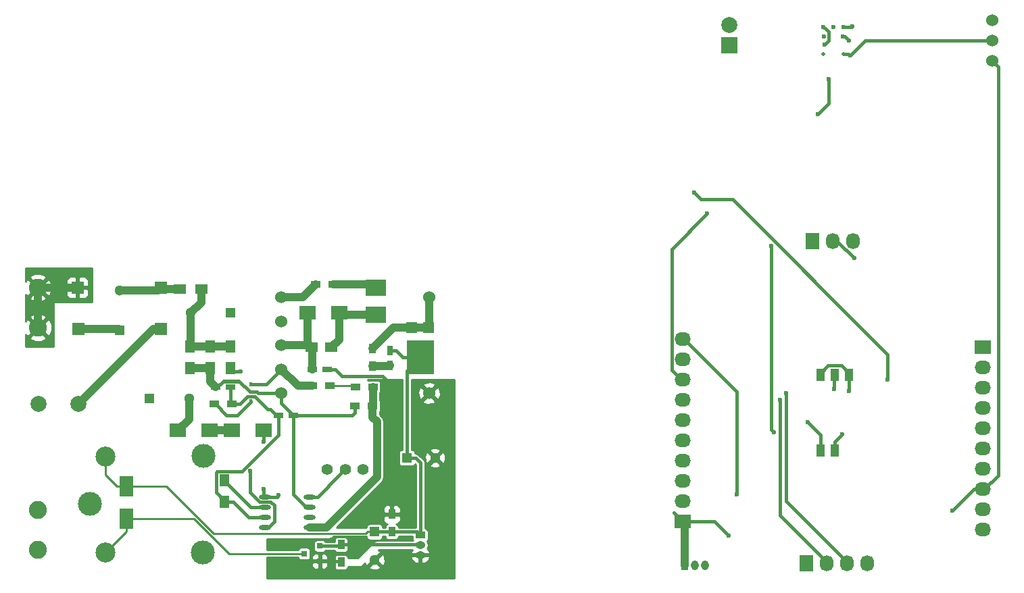
<source format=gbr>
G04 #@! TF.FileFunction,Copper,L2,Bot,Signal*
%FSLAX46Y46*%
G04 Gerber Fmt 4.6, Leading zero omitted, Abs format (unit mm)*
G04 Created by KiCad (PCBNEW 4.1.0-alpha+201609050731+7118~50~ubuntu16.04.1-product) date Wed Sep 21 17:23:22 2016*
%MOMM*%
%LPD*%
G01*
G04 APERTURE LIST*
%ADD10C,0.100000*%
%ADD11R,0.950000X1.250000*%
%ADD12O,0.950000X1.250000*%
%ADD13C,2.250000*%
%ADD14C,2.500000*%
%ADD15C,3.000000*%
%ADD16R,1.300000X1.300000*%
%ADD17C,1.300000*%
%ADD18R,2.000000X2.000000*%
%ADD19C,2.000000*%
%ADD20R,1.727200X2.032000*%
%ADD21O,1.727200X2.032000*%
%ADD22C,0.500000*%
%ADD23C,0.600000*%
%ADD24R,1.100000X1.500000*%
%ADD25R,2.032000X1.727200*%
%ADD26O,2.032000X1.727200*%
%ADD27R,1.250000X0.950000*%
%ADD28O,1.250000X0.950000*%
%ADD29R,1.524000X1.524000*%
%ADD30R,1.200000X0.750000*%
%ADD31R,0.750000X1.200000*%
%ADD32R,1.500000X1.250000*%
%ADD33R,2.500000X2.000000*%
%ADD34R,1.800860X2.499360*%
%ADD35R,0.450000X0.590000*%
%ADD36R,1.400000X1.340000*%
%ADD37R,3.500000X4.200000*%
%ADD38R,1.500000X1.300000*%
%ADD39R,0.800100X0.800100*%
%ADD40R,0.900000X1.200000*%
%ADD41R,1.300000X1.500000*%
%ADD42R,2.000000X1.700000*%
%ADD43R,1.200000X0.900000*%
%ADD44C,1.998980*%
%ADD45O,1.473200X0.609600*%
%ADD46C,1.524000*%
%ADD47C,1.400000*%
%ADD48C,1.000000*%
%ADD49C,0.250000*%
%ADD50C,0.400000*%
%ADD51C,0.254000*%
G04 APERTURE END LIST*
D10*
D11*
X170815000Y-129159000D03*
D12*
X172065000Y-129159000D03*
X173315000Y-129159000D03*
D13*
X89789000Y-94361000D03*
X89789000Y-99364800D03*
D14*
X98247200Y-127531900D03*
D15*
X110447200Y-127531900D03*
X110497200Y-115481900D03*
D14*
X98247200Y-115531900D03*
D15*
X96297200Y-121481900D03*
D16*
X103701840Y-108239560D03*
D17*
X108701840Y-108239560D03*
D18*
X176403000Y-64008000D03*
D19*
X176403000Y-61468000D03*
D20*
X186055000Y-128905000D03*
D21*
X188595000Y-128905000D03*
X191135000Y-128905000D03*
X193675000Y-128905000D03*
D22*
X190689000Y-65065000D03*
X188189000Y-65065000D03*
D23*
X188214000Y-62865000D03*
X188189000Y-61665000D03*
X189439000Y-61665000D03*
X190689000Y-61665000D03*
X190639000Y-62865000D03*
D24*
X191389000Y-105283000D03*
X189585600Y-105283000D03*
X187782200Y-105283000D03*
X187782200Y-114782600D03*
X189585600Y-114782600D03*
D25*
X170561000Y-123698000D03*
D26*
X170561000Y-121158000D03*
X170561000Y-118618000D03*
X170561000Y-116078000D03*
X170561000Y-113538000D03*
X170561000Y-110998000D03*
X170561000Y-108458000D03*
X170561000Y-105918000D03*
X170561000Y-103378000D03*
X170561000Y-100838000D03*
D25*
X208153000Y-101854000D03*
D26*
X208153000Y-104394000D03*
X208153000Y-106934000D03*
X208153000Y-109474000D03*
X208153000Y-112014000D03*
X208153000Y-114554000D03*
X208153000Y-117094000D03*
X208153000Y-119634000D03*
X208153000Y-122174000D03*
X208153000Y-124714000D03*
D27*
X137668000Y-125389000D03*
D28*
X137668000Y-126639000D03*
X137668000Y-127889000D03*
D29*
X105156000Y-94361000D03*
X105156000Y-99568000D03*
X94818200Y-99568000D03*
X94742000Y-94361000D03*
D16*
X100012500Y-99665800D03*
D17*
X100012500Y-94665800D03*
D30*
X124147500Y-104648000D03*
X126047500Y-104648000D03*
D16*
X113924080Y-97525840D03*
D17*
X108924080Y-97525840D03*
X131953000Y-128468000D03*
D16*
X131953000Y-124968000D03*
D31*
X133858000Y-102240000D03*
X133858000Y-104140000D03*
D32*
X126555500Y-101854000D03*
X124055500Y-101854000D03*
D30*
X113919000Y-106807000D03*
X112019000Y-106807000D03*
X119888000Y-110363000D03*
X121788000Y-110363000D03*
D17*
X139517000Y-115697000D03*
D16*
X136017000Y-115697000D03*
D33*
X132143500Y-94361000D03*
X132143500Y-97761000D03*
D34*
X100863400Y-119291100D03*
X100863400Y-123289060D03*
D35*
X116459000Y-108585000D03*
X116459000Y-106475000D03*
D36*
X136550400Y-99390200D03*
X138734800Y-99390200D03*
D37*
X137668000Y-103124000D03*
D38*
X107551240Y-94556580D03*
X110251240Y-94556580D03*
D13*
X89789000Y-122250200D03*
X89789000Y-127254000D03*
D39*
X125095000Y-126751000D03*
X125095000Y-128651000D03*
X123096020Y-127701000D03*
D40*
X127762000Y-126578000D03*
X127762000Y-128778000D03*
D41*
X111379000Y-104427000D03*
X111379000Y-101727000D03*
X108839000Y-104427000D03*
X108839000Y-101727000D03*
X113919000Y-101727000D03*
X113919000Y-104427000D03*
D42*
X107315000Y-112268000D03*
X111315000Y-112268000D03*
X114046000Y-112268000D03*
X118046000Y-112268000D03*
D41*
X113157000Y-118491000D03*
X113157000Y-121191000D03*
D42*
X123508000Y-97536000D03*
X127508000Y-97536000D03*
D43*
X126746000Y-93980000D03*
X124546000Y-93980000D03*
X124165000Y-106680000D03*
X126365000Y-106680000D03*
X129540000Y-106807000D03*
X131740000Y-106807000D03*
X131699000Y-109156500D03*
X129499000Y-109156500D03*
D40*
X131699000Y-104181000D03*
X131699000Y-101981000D03*
D43*
X111846000Y-108966000D03*
X114046000Y-108966000D03*
D40*
X134112000Y-122768000D03*
X134112000Y-124968000D03*
D44*
X94869000Y-108966000D03*
X89867740Y-108966000D03*
D45*
X118237000Y-124396500D03*
X118237000Y-123126500D03*
X118237000Y-121856500D03*
X118237000Y-120586500D03*
X123825000Y-120586500D03*
X123825000Y-121856500D03*
X123825000Y-123126500D03*
X123825000Y-124396500D03*
D46*
X120269000Y-107607100D03*
X120269000Y-104584500D03*
X120269000Y-101587300D03*
X120269000Y-98564700D03*
X120269000Y-95567500D03*
X138785600Y-107581700D03*
X138760200Y-95567500D03*
X209296000Y-60833000D03*
X209296000Y-63373000D03*
X209296000Y-65913000D03*
D47*
X128259000Y-117157500D03*
X125984000Y-117182500D03*
X130534000Y-117157500D03*
D20*
X186817000Y-88519000D03*
D21*
X189357000Y-88519000D03*
X191897000Y-88519000D03*
D23*
X176276000Y-125476000D03*
X188849000Y-68199000D03*
X187452000Y-72644000D03*
X191516000Y-65278000D03*
X134937500Y-107505500D03*
X191389000Y-63373000D03*
X204343000Y-122301000D03*
X177292000Y-120269000D03*
X188341000Y-63881000D03*
X191770000Y-61595000D03*
X181610000Y-89154000D03*
X181991000Y-112522000D03*
X186182000Y-111252000D03*
X182753000Y-108458000D03*
X173609000Y-85090000D03*
X183515000Y-107569000D03*
X192024000Y-90678000D03*
X196215000Y-105918000D03*
X171958000Y-82423000D03*
X190500000Y-112776000D03*
X118046500Y-119634000D03*
X118046500Y-113665000D03*
X119923620Y-120368376D03*
X116360860Y-117272041D03*
X115189000Y-104838500D03*
X191389000Y-107315000D03*
X189484000Y-107061000D03*
D48*
X94869000Y-108966000D02*
X104267000Y-99568000D01*
X104267000Y-99568000D02*
X105156000Y-99568000D01*
X94818200Y-99568000D02*
X99914700Y-99568000D01*
D49*
X99914700Y-99568000D02*
X100012500Y-99665800D01*
D48*
X107551240Y-94556580D02*
X105351580Y-94556580D01*
X105351580Y-94556580D02*
X105156000Y-94361000D01*
X100012500Y-94665800D02*
X104851200Y-94665800D01*
X104851200Y-94665800D02*
X105156000Y-94361000D01*
D50*
X170561000Y-123698000D02*
X174498000Y-123698000D01*
X174498000Y-123698000D02*
X176276000Y-125476000D01*
X169418000Y-122555000D02*
X170561000Y-123698000D01*
X209296000Y-63373000D02*
X193421000Y-63373000D01*
X193421000Y-63373000D02*
X191516000Y-65278000D01*
D48*
X170815000Y-129159000D02*
X170815000Y-123952000D01*
D50*
X170815000Y-123952000D02*
X170561000Y-123698000D01*
X187452000Y-72644000D02*
X188849000Y-71247000D01*
X188849000Y-71247000D02*
X188849000Y-68199000D01*
X125095000Y-128651000D02*
X127635000Y-128651000D01*
X127635000Y-128651000D02*
X127762000Y-128778000D01*
X190689000Y-65065000D02*
X191303000Y-65065000D01*
X191303000Y-65065000D02*
X191516000Y-65278000D01*
X126047500Y-104648000D02*
X127047500Y-104648000D01*
X127047500Y-104648000D02*
X127880501Y-105481001D01*
X127880501Y-105481001D02*
X132913001Y-105481001D01*
X132913001Y-105481001D02*
X134937500Y-107505500D01*
X190639000Y-62865000D02*
X190881000Y-62865000D01*
X190881000Y-62865000D02*
X191389000Y-63373000D01*
X209296000Y-65913000D02*
X210057999Y-66674999D01*
X210057999Y-66674999D02*
X210057999Y-117881401D01*
X210057999Y-117881401D02*
X208305400Y-119634000D01*
X208305400Y-119634000D02*
X208153000Y-119634000D01*
X173315000Y-129190384D02*
X173315000Y-129159000D01*
X204343000Y-122301000D02*
X207010000Y-119634000D01*
X207010000Y-119634000D02*
X208153000Y-119634000D01*
D49*
X137668000Y-125389000D02*
X137818000Y-125389000D01*
X130839680Y-125181320D02*
X131053000Y-124968000D01*
X111771966Y-125181320D02*
X130839680Y-125181320D01*
X100863400Y-119291100D02*
X105881747Y-119291100D01*
X131053000Y-124968000D02*
X131953000Y-124968000D01*
X105881747Y-119291100D02*
X111771966Y-125181320D01*
D50*
X134112000Y-124968000D02*
X137247000Y-124968000D01*
X137247000Y-124968000D02*
X137668000Y-125389000D01*
X131953000Y-124968000D02*
X134112000Y-124968000D01*
X137668000Y-103124000D02*
X135518000Y-103124000D01*
X135518000Y-103124000D02*
X134634000Y-102240000D01*
X134634000Y-102240000D02*
X134633000Y-102240000D01*
X134633000Y-102240000D02*
X133858000Y-102240000D01*
X136017000Y-115697000D02*
X136017000Y-104775000D01*
X136017000Y-104775000D02*
X137668000Y-103124000D01*
X137668000Y-125389000D02*
X137668000Y-116298000D01*
X137668000Y-116298000D02*
X137067000Y-115697000D01*
X137067000Y-115697000D02*
X136017000Y-115697000D01*
D49*
X100863400Y-119291100D02*
X99712970Y-119291100D01*
X99712970Y-119291100D02*
X98247200Y-117825330D01*
X98247200Y-117825330D02*
X98247200Y-117299666D01*
X98247200Y-117299666D02*
X98247200Y-115531900D01*
D50*
X170561000Y-100838000D02*
X170713400Y-100838000D01*
X170713400Y-100838000D02*
X177292000Y-107416600D01*
X177292000Y-107416600D02*
X177292000Y-120269000D01*
X207772000Y-122428000D02*
X208071999Y-122128001D01*
X188341000Y-63881000D02*
X188839001Y-63382999D01*
X188839001Y-63382999D02*
X188839001Y-62315001D01*
X188839001Y-62315001D02*
X188488999Y-61964999D01*
X188488999Y-61964999D02*
X188189000Y-61665000D01*
D48*
X108701840Y-108239560D02*
X108701840Y-110881160D01*
X108701840Y-110881160D02*
X107315000Y-112268000D01*
X124147500Y-104648000D02*
X124147500Y-101946000D01*
X124147500Y-101946000D02*
X124055500Y-101854000D01*
X120269000Y-101587300D02*
X123788800Y-101587300D01*
X123788800Y-101587300D02*
X124055500Y-101854000D01*
X123508000Y-97536000D02*
X123508000Y-101306500D01*
X123508000Y-101306500D02*
X124055500Y-101854000D01*
X111379000Y-101727000D02*
X113919000Y-101727000D01*
X108839000Y-101727000D02*
X111379000Y-101727000D01*
X108924080Y-97525840D02*
X108924080Y-101641920D01*
X108924080Y-101641920D02*
X108839000Y-101727000D01*
X108924080Y-97525840D02*
X110251240Y-96198680D01*
X110251240Y-96198680D02*
X110251240Y-94556580D01*
X131699000Y-104181000D02*
X133817000Y-104181000D01*
X133817000Y-104181000D02*
X133858000Y-104140000D01*
D50*
X190689000Y-61665000D02*
X191700000Y-61665000D01*
X191700000Y-61665000D02*
X191770000Y-61595000D01*
D48*
X127508000Y-97536000D02*
X127508000Y-100901500D01*
X127508000Y-100901500D02*
X126555500Y-101854000D01*
X132143500Y-97761000D02*
X127733000Y-97761000D01*
X127733000Y-97761000D02*
X127508000Y-97536000D01*
D50*
X119888000Y-112861002D02*
X115333003Y-117415999D01*
X112246999Y-117415999D02*
X112107000Y-117555998D01*
X112107000Y-117555998D02*
X112107000Y-120041000D01*
X119888000Y-110363000D02*
X119888000Y-112861002D01*
X115333003Y-117415999D02*
X112246999Y-117415999D01*
X112107000Y-120041000D02*
X113157000Y-121091000D01*
X113157000Y-121091000D02*
X113157000Y-121191000D01*
X113157000Y-121191000D02*
X114207000Y-121191000D01*
X114207000Y-121191000D02*
X116142500Y-123126500D01*
X117100400Y-123126500D02*
X118237000Y-123126500D01*
X116142500Y-123126500D02*
X117100400Y-123126500D01*
X119663000Y-110363000D02*
X119888000Y-110363000D01*
X118888000Y-109588000D02*
X119663000Y-110363000D01*
X118567002Y-109588000D02*
X118888000Y-109588000D01*
X116047001Y-107964999D02*
X116944001Y-107964999D01*
X115046000Y-108966000D02*
X116047001Y-107964999D01*
X116944001Y-107964999D02*
X118567002Y-109588000D01*
X114046000Y-108966000D02*
X115046000Y-108966000D01*
X113919000Y-106807000D02*
X113919000Y-108839000D01*
X113919000Y-108839000D02*
X114046000Y-108966000D01*
X123825000Y-121856500D02*
X123393200Y-121856500D01*
X123393200Y-121856500D02*
X121788000Y-120251300D01*
X121788000Y-120251300D02*
X121788000Y-111138000D01*
X121788000Y-111138000D02*
X121788000Y-110363000D01*
X121788000Y-110363000D02*
X129142500Y-110363000D01*
X129142500Y-110363000D02*
X129499000Y-110006500D01*
X129499000Y-110006500D02*
X129499000Y-109156500D01*
X120269000Y-107607100D02*
X120269000Y-108844000D01*
X120269000Y-108844000D02*
X121788000Y-110363000D01*
X112244000Y-106807000D02*
X113019000Y-106032000D01*
X112019000Y-106807000D02*
X112244000Y-106807000D01*
X112244000Y-106807000D02*
X112944001Y-106106999D01*
X112944001Y-106106999D02*
X114985997Y-106106999D01*
X117328579Y-107607100D02*
X119191370Y-107607100D01*
X113019000Y-106032000D02*
X114910998Y-106032000D01*
X114910998Y-106032000D02*
X116318986Y-107439988D01*
X116318986Y-107439988D02*
X117161467Y-107439988D01*
X117161467Y-107439988D02*
X117328579Y-107607100D01*
X119191370Y-107607100D02*
X120269000Y-107607100D01*
D48*
X111379000Y-104427000D02*
X111379000Y-106167000D01*
X111379000Y-106167000D02*
X112019000Y-106807000D01*
X108839000Y-104427000D02*
X111379000Y-104427000D01*
X126746000Y-93980000D02*
X131762500Y-93980000D01*
X131762500Y-93980000D02*
X132143500Y-94361000D01*
D49*
X100863400Y-123289060D02*
X109349362Y-123289060D01*
X109349362Y-123289060D02*
X113761302Y-127701000D01*
X113761302Y-127701000D02*
X122445970Y-127701000D01*
X122445970Y-127701000D02*
X123096020Y-127701000D01*
X100863400Y-123289060D02*
X100863400Y-123638310D01*
X100863400Y-123289060D02*
X100863400Y-124915700D01*
X100863400Y-124915700D02*
X98247200Y-127531900D01*
D50*
X114751000Y-110363000D02*
X113393000Y-110363000D01*
X113393000Y-110363000D02*
X111996000Y-108966000D01*
X111996000Y-108966000D02*
X111846000Y-108966000D01*
X116459000Y-108585000D02*
X116459000Y-108655000D01*
X116459000Y-108655000D02*
X114751000Y-110363000D01*
X116459000Y-106475000D02*
X118378500Y-106475000D01*
X118378500Y-106475000D02*
X120269000Y-104584500D01*
D48*
X120269000Y-104584500D02*
X122364500Y-106680000D01*
X122364500Y-106680000D02*
X124165000Y-106680000D01*
D50*
X181991000Y-112522000D02*
X181610000Y-112141000D01*
X181610000Y-112141000D02*
X181610000Y-89154000D01*
X186182000Y-111252000D02*
X187782200Y-112852200D01*
X187782200Y-112852200D02*
X187782200Y-114782600D01*
X127762000Y-126578000D02*
X137607000Y-126578000D01*
X137607000Y-126578000D02*
X137668000Y-126639000D01*
X125095000Y-126751000D02*
X127589000Y-126751000D01*
X127589000Y-126751000D02*
X127762000Y-126578000D01*
X188595000Y-128905000D02*
X188595000Y-128752600D01*
X188595000Y-128752600D02*
X182753000Y-122910600D01*
X182753000Y-122910600D02*
X182753000Y-108458000D01*
X173609000Y-85090000D02*
X169145000Y-89554000D01*
X169145000Y-89554000D02*
X169145000Y-104654400D01*
X169145000Y-104654400D02*
X170408600Y-105918000D01*
X170408600Y-105918000D02*
X170561000Y-105918000D01*
X191135000Y-128905000D02*
X191135000Y-128752600D01*
X191135000Y-128752600D02*
X183515000Y-121132600D01*
X183515000Y-121132600D02*
X183515000Y-107569000D01*
X189357000Y-88519000D02*
X189865000Y-88519000D01*
X189865000Y-88519000D02*
X192024000Y-90678000D01*
X196215000Y-105493736D02*
X196215000Y-105918000D01*
X196215000Y-102706998D02*
X196215000Y-105493736D01*
X171958000Y-82423000D02*
X172800999Y-83265999D01*
X176774001Y-83265999D02*
X196215000Y-102706998D01*
X172800999Y-83265999D02*
X176774001Y-83265999D01*
X189585600Y-114782600D02*
X189585600Y-113690400D01*
X189585600Y-113690400D02*
X190500000Y-112776000D01*
X118046500Y-119634000D02*
X118046500Y-120396000D01*
X118046500Y-120396000D02*
X118237000Y-120586500D01*
X118046000Y-112268000D02*
X118046000Y-113664500D01*
X118046000Y-113664500D02*
X118046500Y-113665000D01*
X119705496Y-120586500D02*
X119923620Y-120368376D01*
X118237000Y-120586500D02*
X119705496Y-120586500D01*
X123825000Y-120586500D02*
X124830000Y-120586500D01*
X124830000Y-120586500D02*
X127559001Y-117857499D01*
X127559001Y-117857499D02*
X128259000Y-117157500D01*
D48*
X120269000Y-95567500D02*
X122958500Y-95567500D01*
X122958500Y-95567500D02*
X124546000Y-93980000D01*
D50*
X119373600Y-121660235D02*
X118929675Y-121216310D01*
X116360860Y-120032845D02*
X116360860Y-117696305D01*
X118929675Y-121216310D02*
X117544325Y-121216310D01*
X119373600Y-123691700D02*
X119373600Y-121660235D01*
X118668800Y-124396500D02*
X119373600Y-123691700D01*
X118237000Y-124396500D02*
X118668800Y-124396500D01*
X117544325Y-121216310D02*
X116360860Y-120032845D01*
X116360860Y-117696305D02*
X116360860Y-117272041D01*
X115189000Y-104838500D02*
X114330500Y-104838500D01*
X114330500Y-104838500D02*
X113919000Y-104427000D01*
D48*
X111315000Y-112268000D02*
X114046000Y-112268000D01*
D50*
X113157000Y-118491000D02*
X113157000Y-118591000D01*
X113157000Y-118591000D02*
X116422500Y-121856500D01*
X116422500Y-121856500D02*
X117100400Y-121856500D01*
X117100400Y-121856500D02*
X118237000Y-121856500D01*
D49*
X126365000Y-106680000D02*
X129413000Y-106680000D01*
X129413000Y-106680000D02*
X129540000Y-106807000D01*
D48*
X131699000Y-110606500D02*
X132234001Y-111141501D01*
X132234001Y-118098926D02*
X125901617Y-124431310D01*
X132234001Y-111141501D02*
X132234001Y-118098926D01*
X125901617Y-124431310D02*
X123825000Y-124431310D01*
X131699000Y-109156500D02*
X131699000Y-110606500D01*
X131740000Y-106807000D02*
X131740000Y-109115500D01*
X131740000Y-109115500D02*
X131699000Y-109156500D01*
X131699000Y-101981000D02*
X134289800Y-99390200D01*
X134289800Y-99390200D02*
X136550400Y-99390200D01*
X138734800Y-99390200D02*
X136550400Y-99390200D01*
X138760200Y-95567500D02*
X138760200Y-99364800D01*
X138760200Y-99364800D02*
X138734800Y-99390200D01*
D50*
X187782200Y-105283000D02*
X187782200Y-105083000D01*
X187782200Y-105083000D02*
X188732200Y-104133000D01*
X188732200Y-104133000D02*
X190439000Y-104133000D01*
X190439000Y-104133000D02*
X191389000Y-105083000D01*
X191389000Y-105083000D02*
X191389000Y-105283000D01*
X191389000Y-107315000D02*
X191389000Y-105283000D01*
X189484000Y-107061000D02*
X189484000Y-105384600D01*
X189484000Y-105384600D02*
X189585600Y-105283000D01*
D48*
X89789000Y-94361000D02*
X94742000Y-94361000D01*
X89789000Y-94361000D02*
X89789000Y-99364800D01*
D51*
G36*
X96520000Y-96139000D02*
X88209000Y-96139000D01*
X88209000Y-95603947D01*
X88725658Y-95603947D01*
X88839621Y-95883773D01*
X89494629Y-96131170D01*
X90194451Y-96109075D01*
X90738379Y-95883773D01*
X90852342Y-95603947D01*
X89789000Y-94540605D01*
X88725658Y-95603947D01*
X88209000Y-95603947D01*
X88209000Y-95172221D01*
X88266227Y-95310379D01*
X88546053Y-95424342D01*
X89609395Y-94361000D01*
X89968605Y-94361000D01*
X91031947Y-95424342D01*
X91311773Y-95310379D01*
X91559170Y-94655371D01*
X91558898Y-94646750D01*
X93345000Y-94646750D01*
X93345000Y-95249309D01*
X93441673Y-95482698D01*
X93620301Y-95661327D01*
X93853690Y-95758000D01*
X94456250Y-95758000D01*
X94615000Y-95599250D01*
X94615000Y-94488000D01*
X94869000Y-94488000D01*
X94869000Y-95599250D01*
X95027750Y-95758000D01*
X95630310Y-95758000D01*
X95863699Y-95661327D01*
X96042327Y-95482698D01*
X96139000Y-95249309D01*
X96139000Y-94646750D01*
X95980250Y-94488000D01*
X94869000Y-94488000D01*
X94615000Y-94488000D01*
X93503750Y-94488000D01*
X93345000Y-94646750D01*
X91558898Y-94646750D01*
X91537075Y-93955549D01*
X91337069Y-93472691D01*
X93345000Y-93472691D01*
X93345000Y-94075250D01*
X93503750Y-94234000D01*
X94615000Y-94234000D01*
X94615000Y-93122750D01*
X94869000Y-93122750D01*
X94869000Y-94234000D01*
X95980250Y-94234000D01*
X96139000Y-94075250D01*
X96139000Y-93472691D01*
X96042327Y-93239302D01*
X95863699Y-93060673D01*
X95630310Y-92964000D01*
X95027750Y-92964000D01*
X94869000Y-93122750D01*
X94615000Y-93122750D01*
X94456250Y-92964000D01*
X93853690Y-92964000D01*
X93620301Y-93060673D01*
X93441673Y-93239302D01*
X93345000Y-93472691D01*
X91337069Y-93472691D01*
X91311773Y-93411621D01*
X91031947Y-93297658D01*
X89968605Y-94361000D01*
X89609395Y-94361000D01*
X88546053Y-93297658D01*
X88266227Y-93411621D01*
X88209000Y-93563135D01*
X88209000Y-93118053D01*
X88725658Y-93118053D01*
X89789000Y-94181395D01*
X90852342Y-93118053D01*
X90738379Y-92838227D01*
X90083371Y-92590830D01*
X89383549Y-92612925D01*
X88839621Y-92838227D01*
X88725658Y-93118053D01*
X88209000Y-93118053D01*
X88209000Y-91948000D01*
X96520000Y-91948000D01*
X96520000Y-96139000D01*
X96520000Y-96139000D01*
G37*
X96520000Y-96139000D02*
X88209000Y-96139000D01*
X88209000Y-95603947D01*
X88725658Y-95603947D01*
X88839621Y-95883773D01*
X89494629Y-96131170D01*
X90194451Y-96109075D01*
X90738379Y-95883773D01*
X90852342Y-95603947D01*
X89789000Y-94540605D01*
X88725658Y-95603947D01*
X88209000Y-95603947D01*
X88209000Y-95172221D01*
X88266227Y-95310379D01*
X88546053Y-95424342D01*
X89609395Y-94361000D01*
X89968605Y-94361000D01*
X91031947Y-95424342D01*
X91311773Y-95310379D01*
X91559170Y-94655371D01*
X91558898Y-94646750D01*
X93345000Y-94646750D01*
X93345000Y-95249309D01*
X93441673Y-95482698D01*
X93620301Y-95661327D01*
X93853690Y-95758000D01*
X94456250Y-95758000D01*
X94615000Y-95599250D01*
X94615000Y-94488000D01*
X94869000Y-94488000D01*
X94869000Y-95599250D01*
X95027750Y-95758000D01*
X95630310Y-95758000D01*
X95863699Y-95661327D01*
X96042327Y-95482698D01*
X96139000Y-95249309D01*
X96139000Y-94646750D01*
X95980250Y-94488000D01*
X94869000Y-94488000D01*
X94615000Y-94488000D01*
X93503750Y-94488000D01*
X93345000Y-94646750D01*
X91558898Y-94646750D01*
X91537075Y-93955549D01*
X91337069Y-93472691D01*
X93345000Y-93472691D01*
X93345000Y-94075250D01*
X93503750Y-94234000D01*
X94615000Y-94234000D01*
X94615000Y-93122750D01*
X94869000Y-93122750D01*
X94869000Y-94234000D01*
X95980250Y-94234000D01*
X96139000Y-94075250D01*
X96139000Y-93472691D01*
X96042327Y-93239302D01*
X95863699Y-93060673D01*
X95630310Y-92964000D01*
X95027750Y-92964000D01*
X94869000Y-93122750D01*
X94615000Y-93122750D01*
X94456250Y-92964000D01*
X93853690Y-92964000D01*
X93620301Y-93060673D01*
X93441673Y-93239302D01*
X93345000Y-93472691D01*
X91337069Y-93472691D01*
X91311773Y-93411621D01*
X91031947Y-93297658D01*
X89968605Y-94361000D01*
X89609395Y-94361000D01*
X88546053Y-93297658D01*
X88266227Y-93411621D01*
X88209000Y-93563135D01*
X88209000Y-93118053D01*
X88725658Y-93118053D01*
X89789000Y-94181395D01*
X90852342Y-93118053D01*
X90738379Y-92838227D01*
X90083371Y-92590830D01*
X89383549Y-92612925D01*
X88839621Y-92838227D01*
X88725658Y-93118053D01*
X88209000Y-93118053D01*
X88209000Y-91948000D01*
X96520000Y-91948000D01*
X96520000Y-96139000D01*
G36*
X91694000Y-101727000D02*
X88209000Y-101727000D01*
X88209000Y-100607747D01*
X88725658Y-100607747D01*
X88839621Y-100887573D01*
X89494629Y-101134970D01*
X90194451Y-101112875D01*
X90738379Y-100887573D01*
X90852342Y-100607747D01*
X89789000Y-99544405D01*
X88725658Y-100607747D01*
X88209000Y-100607747D01*
X88209000Y-100176021D01*
X88266227Y-100314179D01*
X88546053Y-100428142D01*
X89609395Y-99364800D01*
X89968605Y-99364800D01*
X91031947Y-100428142D01*
X91311773Y-100314179D01*
X91559170Y-99659171D01*
X91537075Y-98959349D01*
X91311773Y-98415421D01*
X91031947Y-98301458D01*
X89968605Y-99364800D01*
X89609395Y-99364800D01*
X88546053Y-98301458D01*
X88266227Y-98415421D01*
X88209000Y-98566935D01*
X88209000Y-98121853D01*
X88725658Y-98121853D01*
X89789000Y-99185195D01*
X90852342Y-98121853D01*
X90738379Y-97842027D01*
X90083371Y-97594630D01*
X89383549Y-97616725D01*
X88839621Y-97842027D01*
X88725658Y-98121853D01*
X88209000Y-98121853D01*
X88209000Y-95603947D01*
X88725658Y-95603947D01*
X88839621Y-95883773D01*
X89494629Y-96131170D01*
X90194451Y-96109075D01*
X90738379Y-95883773D01*
X90852342Y-95603947D01*
X89789000Y-94540605D01*
X88725658Y-95603947D01*
X88209000Y-95603947D01*
X88209000Y-95172221D01*
X88266227Y-95310379D01*
X88546053Y-95424342D01*
X89609395Y-94361000D01*
X89968605Y-94361000D01*
X91031947Y-95424342D01*
X91311773Y-95310379D01*
X91559170Y-94655371D01*
X91537075Y-93955549D01*
X91311773Y-93411621D01*
X91031947Y-93297658D01*
X89968605Y-94361000D01*
X89609395Y-94361000D01*
X88546053Y-93297658D01*
X88266227Y-93411621D01*
X88209000Y-93563135D01*
X88209000Y-93118053D01*
X88725658Y-93118053D01*
X89789000Y-94181395D01*
X90852342Y-93118053D01*
X90738379Y-92838227D01*
X90083371Y-92590830D01*
X89383549Y-92612925D01*
X88839621Y-92838227D01*
X88725658Y-93118053D01*
X88209000Y-93118053D01*
X88209000Y-91948000D01*
X91694000Y-91948000D01*
X91694000Y-101727000D01*
X91694000Y-101727000D01*
G37*
X91694000Y-101727000D02*
X88209000Y-101727000D01*
X88209000Y-100607747D01*
X88725658Y-100607747D01*
X88839621Y-100887573D01*
X89494629Y-101134970D01*
X90194451Y-101112875D01*
X90738379Y-100887573D01*
X90852342Y-100607747D01*
X89789000Y-99544405D01*
X88725658Y-100607747D01*
X88209000Y-100607747D01*
X88209000Y-100176021D01*
X88266227Y-100314179D01*
X88546053Y-100428142D01*
X89609395Y-99364800D01*
X89968605Y-99364800D01*
X91031947Y-100428142D01*
X91311773Y-100314179D01*
X91559170Y-99659171D01*
X91537075Y-98959349D01*
X91311773Y-98415421D01*
X91031947Y-98301458D01*
X89968605Y-99364800D01*
X89609395Y-99364800D01*
X88546053Y-98301458D01*
X88266227Y-98415421D01*
X88209000Y-98566935D01*
X88209000Y-98121853D01*
X88725658Y-98121853D01*
X89789000Y-99185195D01*
X90852342Y-98121853D01*
X90738379Y-97842027D01*
X90083371Y-97594630D01*
X89383549Y-97616725D01*
X88839621Y-97842027D01*
X88725658Y-98121853D01*
X88209000Y-98121853D01*
X88209000Y-95603947D01*
X88725658Y-95603947D01*
X88839621Y-95883773D01*
X89494629Y-96131170D01*
X90194451Y-96109075D01*
X90738379Y-95883773D01*
X90852342Y-95603947D01*
X89789000Y-94540605D01*
X88725658Y-95603947D01*
X88209000Y-95603947D01*
X88209000Y-95172221D01*
X88266227Y-95310379D01*
X88546053Y-95424342D01*
X89609395Y-94361000D01*
X89968605Y-94361000D01*
X91031947Y-95424342D01*
X91311773Y-95310379D01*
X91559170Y-94655371D01*
X91537075Y-93955549D01*
X91311773Y-93411621D01*
X91031947Y-93297658D01*
X89968605Y-94361000D01*
X89609395Y-94361000D01*
X88546053Y-93297658D01*
X88266227Y-93411621D01*
X88209000Y-93563135D01*
X88209000Y-93118053D01*
X88725658Y-93118053D01*
X89789000Y-94181395D01*
X90852342Y-93118053D01*
X90738379Y-92838227D01*
X90083371Y-92590830D01*
X89383549Y-92612925D01*
X88839621Y-92838227D01*
X88725658Y-93118053D01*
X88209000Y-93118053D01*
X88209000Y-91948000D01*
X91694000Y-91948000D01*
X91694000Y-101727000D01*
G36*
X141915000Y-130739000D02*
X118491000Y-130739000D01*
X118491000Y-128936750D01*
X124059950Y-128936750D01*
X124059950Y-129177359D01*
X124156623Y-129410748D01*
X124335251Y-129589377D01*
X124568640Y-129686050D01*
X124809250Y-129686050D01*
X124968000Y-129527300D01*
X124968000Y-128778000D01*
X125222000Y-128778000D01*
X125222000Y-129527300D01*
X125380750Y-129686050D01*
X125621360Y-129686050D01*
X125854749Y-129589377D01*
X126033377Y-129410748D01*
X126130050Y-129177359D01*
X126130050Y-128936750D01*
X125971300Y-128778000D01*
X125222000Y-128778000D01*
X124968000Y-128778000D01*
X124218700Y-128778000D01*
X124059950Y-128936750D01*
X118491000Y-128936750D01*
X118491000Y-128178000D01*
X122326892Y-128178000D01*
X122340845Y-128248148D01*
X122424169Y-128372851D01*
X122548872Y-128456175D01*
X122695970Y-128485435D01*
X123496070Y-128485435D01*
X123643168Y-128456175D01*
X123767871Y-128372851D01*
X123851195Y-128248148D01*
X123875762Y-128124641D01*
X124059950Y-128124641D01*
X124059950Y-128365250D01*
X124218700Y-128524000D01*
X124968000Y-128524000D01*
X124968000Y-127774700D01*
X125222000Y-127774700D01*
X125222000Y-128524000D01*
X125971300Y-128524000D01*
X126130050Y-128365250D01*
X126130050Y-128124641D01*
X126033377Y-127891252D01*
X125854749Y-127712623D01*
X125621360Y-127615950D01*
X125380750Y-127615950D01*
X125222000Y-127774700D01*
X124968000Y-127774700D01*
X124809250Y-127615950D01*
X124568640Y-127615950D01*
X124335251Y-127712623D01*
X124156623Y-127891252D01*
X124059950Y-128124641D01*
X123875762Y-128124641D01*
X123880455Y-128101050D01*
X123880455Y-127300950D01*
X123851195Y-127153852D01*
X123767871Y-127029149D01*
X123643168Y-126945825D01*
X123496070Y-126916565D01*
X122695970Y-126916565D01*
X122548872Y-126945825D01*
X122424169Y-127029149D01*
X122340845Y-127153852D01*
X122326892Y-127224000D01*
X118491000Y-127224000D01*
X118491000Y-126350950D01*
X124310565Y-126350950D01*
X124310565Y-127151050D01*
X124339825Y-127298148D01*
X124423149Y-127422851D01*
X124547852Y-127506175D01*
X124694950Y-127535435D01*
X125495050Y-127535435D01*
X125642148Y-127506175D01*
X125766851Y-127422851D01*
X125830229Y-127328000D01*
X126958814Y-127328000D01*
X127040199Y-127449801D01*
X127164902Y-127533125D01*
X127312000Y-127562385D01*
X128212000Y-127562385D01*
X128359098Y-127533125D01*
X128483801Y-127449801D01*
X128567125Y-127325098D01*
X128596385Y-127178000D01*
X128596385Y-125978000D01*
X128567125Y-125830902D01*
X128483801Y-125706199D01*
X128359098Y-125622875D01*
X128212000Y-125593615D01*
X127312000Y-125593615D01*
X127164902Y-125622875D01*
X127040199Y-125706199D01*
X126956875Y-125830902D01*
X126927615Y-125978000D01*
X126927615Y-126174000D01*
X125830229Y-126174000D01*
X125766851Y-126079149D01*
X125642148Y-125995825D01*
X125495050Y-125966565D01*
X124694950Y-125966565D01*
X124547852Y-125995825D01*
X124423149Y-126079149D01*
X124339825Y-126203852D01*
X124310565Y-126350950D01*
X118491000Y-126350950D01*
X118491000Y-125833320D01*
X126243342Y-125833320D01*
X126243347Y-125833321D01*
X126464155Y-125789398D01*
X126651348Y-125664321D01*
X126770669Y-125545000D01*
X130918615Y-125545000D01*
X130918615Y-125618000D01*
X130947875Y-125765098D01*
X131031199Y-125889801D01*
X131155902Y-125973125D01*
X131303000Y-126002385D01*
X132603000Y-126002385D01*
X132750098Y-125973125D01*
X132874801Y-125889801D01*
X132958125Y-125765098D01*
X132987385Y-125618000D01*
X132987385Y-125545000D01*
X133277615Y-125545000D01*
X133277615Y-125568000D01*
X133306875Y-125715098D01*
X133390199Y-125839801D01*
X133514902Y-125923125D01*
X133662000Y-125952385D01*
X134562000Y-125952385D01*
X134709098Y-125923125D01*
X134833801Y-125839801D01*
X134917125Y-125715098D01*
X134946385Y-125568000D01*
X134946385Y-125545000D01*
X136658615Y-125545000D01*
X136658615Y-125864000D01*
X136687875Y-126011098D01*
X136721887Y-126062000D01*
X132228003Y-126062000D01*
X132227998Y-126061999D01*
X132007190Y-126105922D01*
X131819997Y-126230999D01*
X131819995Y-126231002D01*
X129849996Y-128201000D01*
X128596385Y-128201000D01*
X128596385Y-128178000D01*
X128567125Y-128030902D01*
X128483801Y-127906199D01*
X128359098Y-127822875D01*
X128212000Y-127793615D01*
X127312000Y-127793615D01*
X127164902Y-127822875D01*
X127040199Y-127906199D01*
X126956875Y-128030902D01*
X126927615Y-128178000D01*
X126927615Y-129378000D01*
X126956875Y-129525098D01*
X127040199Y-129649801D01*
X127164902Y-129733125D01*
X127312000Y-129762385D01*
X128212000Y-129762385D01*
X128359098Y-129733125D01*
X128483801Y-129649801D01*
X128567125Y-129525098D01*
X128596385Y-129378000D01*
X128596385Y-129367016D01*
X131233590Y-129367016D01*
X131289271Y-129597611D01*
X131772078Y-129765622D01*
X132282428Y-129736083D01*
X132616729Y-129597611D01*
X132672410Y-129367016D01*
X131953000Y-128647605D01*
X131233590Y-129367016D01*
X128596385Y-129367016D01*
X128596385Y-129355000D01*
X130088993Y-129355000D01*
X130088998Y-129355001D01*
X130309806Y-129311078D01*
X130496999Y-129186001D01*
X130743687Y-128939312D01*
X130823389Y-129131729D01*
X131053984Y-129187410D01*
X131773395Y-128468000D01*
X132132605Y-128468000D01*
X132852016Y-129187410D01*
X133082611Y-129131729D01*
X133250622Y-128648922D01*
X133223883Y-128186938D01*
X136448732Y-128186938D01*
X136632448Y-128560821D01*
X136956951Y-128848568D01*
X137366869Y-128990229D01*
X137541000Y-128841563D01*
X137541000Y-128016000D01*
X137795000Y-128016000D01*
X137795000Y-128841563D01*
X137969131Y-128990229D01*
X138379049Y-128848568D01*
X138703552Y-128560821D01*
X138887268Y-128186938D01*
X138760734Y-128016000D01*
X137795000Y-128016000D01*
X137541000Y-128016000D01*
X136575266Y-128016000D01*
X136448732Y-128186938D01*
X133223883Y-128186938D01*
X133221083Y-128138572D01*
X133082611Y-127804271D01*
X132852016Y-127748590D01*
X132132605Y-128468000D01*
X131773395Y-128468000D01*
X131759253Y-128453858D01*
X131938858Y-128274253D01*
X131953000Y-128288395D01*
X132672410Y-127568984D01*
X132616729Y-127338389D01*
X132414859Y-127268141D01*
X132466999Y-127216000D01*
X136633778Y-127216000D01*
X136632448Y-127217179D01*
X136448732Y-127591062D01*
X136575266Y-127762000D01*
X137541000Y-127762000D01*
X137541000Y-127742000D01*
X137795000Y-127742000D01*
X137795000Y-127762000D01*
X138760734Y-127762000D01*
X138887268Y-127591062D01*
X138703552Y-127217179D01*
X138548295Y-127079507D01*
X138624775Y-126965046D01*
X138689630Y-126639000D01*
X138624775Y-126312954D01*
X138524430Y-126162776D01*
X138564801Y-126135801D01*
X138648125Y-126011098D01*
X138677385Y-125864000D01*
X138677385Y-124914000D01*
X138648125Y-124766902D01*
X138564801Y-124642199D01*
X138440098Y-124558875D01*
X138293000Y-124529615D01*
X138245000Y-124529615D01*
X138245000Y-116596016D01*
X138797590Y-116596016D01*
X138853271Y-116826611D01*
X139336078Y-116994622D01*
X139846428Y-116965083D01*
X140180729Y-116826611D01*
X140236410Y-116596016D01*
X139517000Y-115876605D01*
X138797590Y-116596016D01*
X138245000Y-116596016D01*
X138245000Y-116298000D01*
X138201078Y-116077192D01*
X138076001Y-115889999D01*
X138075998Y-115889997D01*
X137702080Y-115516078D01*
X138219378Y-115516078D01*
X138248917Y-116026428D01*
X138387389Y-116360729D01*
X138617984Y-116416410D01*
X139337395Y-115697000D01*
X139696605Y-115697000D01*
X140416016Y-116416410D01*
X140646611Y-116360729D01*
X140814622Y-115877922D01*
X140785083Y-115367572D01*
X140646611Y-115033271D01*
X140416016Y-114977590D01*
X139696605Y-115697000D01*
X139337395Y-115697000D01*
X138617984Y-114977590D01*
X138387389Y-115033271D01*
X138219378Y-115516078D01*
X137702080Y-115516078D01*
X137475001Y-115288999D01*
X137287808Y-115163922D01*
X137067000Y-115119999D01*
X137066995Y-115120000D01*
X137051385Y-115120000D01*
X137051385Y-115047000D01*
X137022125Y-114899902D01*
X136954026Y-114797984D01*
X138797590Y-114797984D01*
X139517000Y-115517395D01*
X140236410Y-114797984D01*
X140180729Y-114567389D01*
X139697922Y-114399378D01*
X139187572Y-114428917D01*
X138853271Y-114567389D01*
X138797590Y-114797984D01*
X136954026Y-114797984D01*
X136938801Y-114775199D01*
X136814098Y-114691875D01*
X136667000Y-114662615D01*
X136594000Y-114662615D01*
X136594000Y-108561913D01*
X137984992Y-108561913D01*
X138054457Y-108804097D01*
X138577902Y-108990844D01*
X139132968Y-108963062D01*
X139516743Y-108804097D01*
X139586208Y-108561913D01*
X138785600Y-107761305D01*
X137984992Y-108561913D01*
X136594000Y-108561913D01*
X136594000Y-107374002D01*
X137376456Y-107374002D01*
X137404238Y-107929068D01*
X137563203Y-108312843D01*
X137805387Y-108382308D01*
X138605995Y-107581700D01*
X138965205Y-107581700D01*
X139765813Y-108382308D01*
X140007997Y-108312843D01*
X140194744Y-107789398D01*
X140166962Y-107234332D01*
X140007997Y-106850557D01*
X139765813Y-106781092D01*
X138965205Y-107581700D01*
X138605995Y-107581700D01*
X137805387Y-106781092D01*
X137563203Y-106850557D01*
X137376456Y-107374002D01*
X136594000Y-107374002D01*
X136594000Y-106601487D01*
X137984992Y-106601487D01*
X138785600Y-107402095D01*
X139586208Y-106601487D01*
X139516743Y-106359303D01*
X138993298Y-106172556D01*
X138438232Y-106200338D01*
X138054457Y-106359303D01*
X137984992Y-106601487D01*
X136594000Y-106601487D01*
X136594000Y-105918000D01*
X141915000Y-105918000D01*
X141915000Y-130739000D01*
X141915000Y-130739000D01*
G37*
X141915000Y-130739000D02*
X118491000Y-130739000D01*
X118491000Y-128936750D01*
X124059950Y-128936750D01*
X124059950Y-129177359D01*
X124156623Y-129410748D01*
X124335251Y-129589377D01*
X124568640Y-129686050D01*
X124809250Y-129686050D01*
X124968000Y-129527300D01*
X124968000Y-128778000D01*
X125222000Y-128778000D01*
X125222000Y-129527300D01*
X125380750Y-129686050D01*
X125621360Y-129686050D01*
X125854749Y-129589377D01*
X126033377Y-129410748D01*
X126130050Y-129177359D01*
X126130050Y-128936750D01*
X125971300Y-128778000D01*
X125222000Y-128778000D01*
X124968000Y-128778000D01*
X124218700Y-128778000D01*
X124059950Y-128936750D01*
X118491000Y-128936750D01*
X118491000Y-128178000D01*
X122326892Y-128178000D01*
X122340845Y-128248148D01*
X122424169Y-128372851D01*
X122548872Y-128456175D01*
X122695970Y-128485435D01*
X123496070Y-128485435D01*
X123643168Y-128456175D01*
X123767871Y-128372851D01*
X123851195Y-128248148D01*
X123875762Y-128124641D01*
X124059950Y-128124641D01*
X124059950Y-128365250D01*
X124218700Y-128524000D01*
X124968000Y-128524000D01*
X124968000Y-127774700D01*
X125222000Y-127774700D01*
X125222000Y-128524000D01*
X125971300Y-128524000D01*
X126130050Y-128365250D01*
X126130050Y-128124641D01*
X126033377Y-127891252D01*
X125854749Y-127712623D01*
X125621360Y-127615950D01*
X125380750Y-127615950D01*
X125222000Y-127774700D01*
X124968000Y-127774700D01*
X124809250Y-127615950D01*
X124568640Y-127615950D01*
X124335251Y-127712623D01*
X124156623Y-127891252D01*
X124059950Y-128124641D01*
X123875762Y-128124641D01*
X123880455Y-128101050D01*
X123880455Y-127300950D01*
X123851195Y-127153852D01*
X123767871Y-127029149D01*
X123643168Y-126945825D01*
X123496070Y-126916565D01*
X122695970Y-126916565D01*
X122548872Y-126945825D01*
X122424169Y-127029149D01*
X122340845Y-127153852D01*
X122326892Y-127224000D01*
X118491000Y-127224000D01*
X118491000Y-126350950D01*
X124310565Y-126350950D01*
X124310565Y-127151050D01*
X124339825Y-127298148D01*
X124423149Y-127422851D01*
X124547852Y-127506175D01*
X124694950Y-127535435D01*
X125495050Y-127535435D01*
X125642148Y-127506175D01*
X125766851Y-127422851D01*
X125830229Y-127328000D01*
X126958814Y-127328000D01*
X127040199Y-127449801D01*
X127164902Y-127533125D01*
X127312000Y-127562385D01*
X128212000Y-127562385D01*
X128359098Y-127533125D01*
X128483801Y-127449801D01*
X128567125Y-127325098D01*
X128596385Y-127178000D01*
X128596385Y-125978000D01*
X128567125Y-125830902D01*
X128483801Y-125706199D01*
X128359098Y-125622875D01*
X128212000Y-125593615D01*
X127312000Y-125593615D01*
X127164902Y-125622875D01*
X127040199Y-125706199D01*
X126956875Y-125830902D01*
X126927615Y-125978000D01*
X126927615Y-126174000D01*
X125830229Y-126174000D01*
X125766851Y-126079149D01*
X125642148Y-125995825D01*
X125495050Y-125966565D01*
X124694950Y-125966565D01*
X124547852Y-125995825D01*
X124423149Y-126079149D01*
X124339825Y-126203852D01*
X124310565Y-126350950D01*
X118491000Y-126350950D01*
X118491000Y-125833320D01*
X126243342Y-125833320D01*
X126243347Y-125833321D01*
X126464155Y-125789398D01*
X126651348Y-125664321D01*
X126770669Y-125545000D01*
X130918615Y-125545000D01*
X130918615Y-125618000D01*
X130947875Y-125765098D01*
X131031199Y-125889801D01*
X131155902Y-125973125D01*
X131303000Y-126002385D01*
X132603000Y-126002385D01*
X132750098Y-125973125D01*
X132874801Y-125889801D01*
X132958125Y-125765098D01*
X132987385Y-125618000D01*
X132987385Y-125545000D01*
X133277615Y-125545000D01*
X133277615Y-125568000D01*
X133306875Y-125715098D01*
X133390199Y-125839801D01*
X133514902Y-125923125D01*
X133662000Y-125952385D01*
X134562000Y-125952385D01*
X134709098Y-125923125D01*
X134833801Y-125839801D01*
X134917125Y-125715098D01*
X134946385Y-125568000D01*
X134946385Y-125545000D01*
X136658615Y-125545000D01*
X136658615Y-125864000D01*
X136687875Y-126011098D01*
X136721887Y-126062000D01*
X132228003Y-126062000D01*
X132227998Y-126061999D01*
X132007190Y-126105922D01*
X131819997Y-126230999D01*
X131819995Y-126231002D01*
X129849996Y-128201000D01*
X128596385Y-128201000D01*
X128596385Y-128178000D01*
X128567125Y-128030902D01*
X128483801Y-127906199D01*
X128359098Y-127822875D01*
X128212000Y-127793615D01*
X127312000Y-127793615D01*
X127164902Y-127822875D01*
X127040199Y-127906199D01*
X126956875Y-128030902D01*
X126927615Y-128178000D01*
X126927615Y-129378000D01*
X126956875Y-129525098D01*
X127040199Y-129649801D01*
X127164902Y-129733125D01*
X127312000Y-129762385D01*
X128212000Y-129762385D01*
X128359098Y-129733125D01*
X128483801Y-129649801D01*
X128567125Y-129525098D01*
X128596385Y-129378000D01*
X128596385Y-129367016D01*
X131233590Y-129367016D01*
X131289271Y-129597611D01*
X131772078Y-129765622D01*
X132282428Y-129736083D01*
X132616729Y-129597611D01*
X132672410Y-129367016D01*
X131953000Y-128647605D01*
X131233590Y-129367016D01*
X128596385Y-129367016D01*
X128596385Y-129355000D01*
X130088993Y-129355000D01*
X130088998Y-129355001D01*
X130309806Y-129311078D01*
X130496999Y-129186001D01*
X130743687Y-128939312D01*
X130823389Y-129131729D01*
X131053984Y-129187410D01*
X131773395Y-128468000D01*
X132132605Y-128468000D01*
X132852016Y-129187410D01*
X133082611Y-129131729D01*
X133250622Y-128648922D01*
X133223883Y-128186938D01*
X136448732Y-128186938D01*
X136632448Y-128560821D01*
X136956951Y-128848568D01*
X137366869Y-128990229D01*
X137541000Y-128841563D01*
X137541000Y-128016000D01*
X137795000Y-128016000D01*
X137795000Y-128841563D01*
X137969131Y-128990229D01*
X138379049Y-128848568D01*
X138703552Y-128560821D01*
X138887268Y-128186938D01*
X138760734Y-128016000D01*
X137795000Y-128016000D01*
X137541000Y-128016000D01*
X136575266Y-128016000D01*
X136448732Y-128186938D01*
X133223883Y-128186938D01*
X133221083Y-128138572D01*
X133082611Y-127804271D01*
X132852016Y-127748590D01*
X132132605Y-128468000D01*
X131773395Y-128468000D01*
X131759253Y-128453858D01*
X131938858Y-128274253D01*
X131953000Y-128288395D01*
X132672410Y-127568984D01*
X132616729Y-127338389D01*
X132414859Y-127268141D01*
X132466999Y-127216000D01*
X136633778Y-127216000D01*
X136632448Y-127217179D01*
X136448732Y-127591062D01*
X136575266Y-127762000D01*
X137541000Y-127762000D01*
X137541000Y-127742000D01*
X137795000Y-127742000D01*
X137795000Y-127762000D01*
X138760734Y-127762000D01*
X138887268Y-127591062D01*
X138703552Y-127217179D01*
X138548295Y-127079507D01*
X138624775Y-126965046D01*
X138689630Y-126639000D01*
X138624775Y-126312954D01*
X138524430Y-126162776D01*
X138564801Y-126135801D01*
X138648125Y-126011098D01*
X138677385Y-125864000D01*
X138677385Y-124914000D01*
X138648125Y-124766902D01*
X138564801Y-124642199D01*
X138440098Y-124558875D01*
X138293000Y-124529615D01*
X138245000Y-124529615D01*
X138245000Y-116596016D01*
X138797590Y-116596016D01*
X138853271Y-116826611D01*
X139336078Y-116994622D01*
X139846428Y-116965083D01*
X140180729Y-116826611D01*
X140236410Y-116596016D01*
X139517000Y-115876605D01*
X138797590Y-116596016D01*
X138245000Y-116596016D01*
X138245000Y-116298000D01*
X138201078Y-116077192D01*
X138076001Y-115889999D01*
X138075998Y-115889997D01*
X137702080Y-115516078D01*
X138219378Y-115516078D01*
X138248917Y-116026428D01*
X138387389Y-116360729D01*
X138617984Y-116416410D01*
X139337395Y-115697000D01*
X139696605Y-115697000D01*
X140416016Y-116416410D01*
X140646611Y-116360729D01*
X140814622Y-115877922D01*
X140785083Y-115367572D01*
X140646611Y-115033271D01*
X140416016Y-114977590D01*
X139696605Y-115697000D01*
X139337395Y-115697000D01*
X138617984Y-114977590D01*
X138387389Y-115033271D01*
X138219378Y-115516078D01*
X137702080Y-115516078D01*
X137475001Y-115288999D01*
X137287808Y-115163922D01*
X137067000Y-115119999D01*
X137066995Y-115120000D01*
X137051385Y-115120000D01*
X137051385Y-115047000D01*
X137022125Y-114899902D01*
X136954026Y-114797984D01*
X138797590Y-114797984D01*
X139517000Y-115517395D01*
X140236410Y-114797984D01*
X140180729Y-114567389D01*
X139697922Y-114399378D01*
X139187572Y-114428917D01*
X138853271Y-114567389D01*
X138797590Y-114797984D01*
X136954026Y-114797984D01*
X136938801Y-114775199D01*
X136814098Y-114691875D01*
X136667000Y-114662615D01*
X136594000Y-114662615D01*
X136594000Y-108561913D01*
X137984992Y-108561913D01*
X138054457Y-108804097D01*
X138577902Y-108990844D01*
X139132968Y-108963062D01*
X139516743Y-108804097D01*
X139586208Y-108561913D01*
X138785600Y-107761305D01*
X137984992Y-108561913D01*
X136594000Y-108561913D01*
X136594000Y-107374002D01*
X137376456Y-107374002D01*
X137404238Y-107929068D01*
X137563203Y-108312843D01*
X137805387Y-108382308D01*
X138605995Y-107581700D01*
X138965205Y-107581700D01*
X139765813Y-108382308D01*
X140007997Y-108312843D01*
X140194744Y-107789398D01*
X140166962Y-107234332D01*
X140007997Y-106850557D01*
X139765813Y-106781092D01*
X138965205Y-107581700D01*
X138605995Y-107581700D01*
X137805387Y-106781092D01*
X137563203Y-106850557D01*
X137376456Y-107374002D01*
X136594000Y-107374002D01*
X136594000Y-106601487D01*
X137984992Y-106601487D01*
X138785600Y-107402095D01*
X139586208Y-106601487D01*
X139516743Y-106359303D01*
X138993298Y-106172556D01*
X138438232Y-106200338D01*
X138054457Y-106359303D01*
X137984992Y-106601487D01*
X136594000Y-106601487D01*
X136594000Y-105918000D01*
X141915000Y-105918000D01*
X141915000Y-130739000D01*
G36*
X135440000Y-114662615D02*
X135367000Y-114662615D01*
X135219902Y-114691875D01*
X135095199Y-114775199D01*
X135011875Y-114899902D01*
X134982615Y-115047000D01*
X134982615Y-116347000D01*
X135011875Y-116494098D01*
X135095199Y-116618801D01*
X135219902Y-116702125D01*
X135367000Y-116731385D01*
X136667000Y-116731385D01*
X136814098Y-116702125D01*
X136938801Y-116618801D01*
X137022125Y-116494098D01*
X137026434Y-116472435D01*
X137091000Y-116537001D01*
X137091000Y-124391000D01*
X134946385Y-124391000D01*
X134946385Y-124368000D01*
X134917125Y-124220902D01*
X134833801Y-124096199D01*
X134709098Y-124012875D01*
X134659454Y-124003000D01*
X134688310Y-124003000D01*
X134921699Y-123906327D01*
X135100327Y-123727698D01*
X135197000Y-123494309D01*
X135197000Y-123053750D01*
X135038250Y-122895000D01*
X134239000Y-122895000D01*
X134239000Y-122915000D01*
X133985000Y-122915000D01*
X133985000Y-122895000D01*
X133185750Y-122895000D01*
X133027000Y-123053750D01*
X133027000Y-123494309D01*
X133123673Y-123727698D01*
X133302301Y-123906327D01*
X133535690Y-124003000D01*
X133564546Y-124003000D01*
X133514902Y-124012875D01*
X133390199Y-124096199D01*
X133306875Y-124220902D01*
X133277615Y-124368000D01*
X133277615Y-124391000D01*
X132987385Y-124391000D01*
X132987385Y-124318000D01*
X132958125Y-124170902D01*
X132874801Y-124046199D01*
X132750098Y-123962875D01*
X132603000Y-123933615D01*
X131303000Y-123933615D01*
X131155902Y-123962875D01*
X131031199Y-124046199D01*
X130947875Y-124170902D01*
X130918615Y-124318000D01*
X130918615Y-124391000D01*
X127182193Y-124391000D01*
X129531501Y-122041691D01*
X133027000Y-122041691D01*
X133027000Y-122482250D01*
X133185750Y-122641000D01*
X133985000Y-122641000D01*
X133985000Y-121691750D01*
X134239000Y-121691750D01*
X134239000Y-122641000D01*
X135038250Y-122641000D01*
X135197000Y-122482250D01*
X135197000Y-122041691D01*
X135100327Y-121808302D01*
X134921699Y-121629673D01*
X134688310Y-121533000D01*
X134397750Y-121533000D01*
X134239000Y-121691750D01*
X133985000Y-121691750D01*
X133826250Y-121533000D01*
X133535690Y-121533000D01*
X133302301Y-121629673D01*
X133123673Y-121808302D01*
X133027000Y-122041691D01*
X129531501Y-122041691D01*
X132854131Y-118719061D01*
X132854134Y-118719059D01*
X132968096Y-118548502D01*
X133044243Y-118434540D01*
X133111001Y-118098926D01*
X133111001Y-111141506D01*
X133111002Y-111141501D01*
X133044243Y-110805888D01*
X132911017Y-110606500D01*
X132854134Y-110521368D01*
X132854131Y-110521366D01*
X132576000Y-110243234D01*
X132576000Y-109870520D01*
X132654125Y-109753598D01*
X132683385Y-109606500D01*
X132683385Y-108706500D01*
X132654125Y-108559402D01*
X132617000Y-108503841D01*
X132617000Y-107521020D01*
X132695125Y-107404098D01*
X132724385Y-107257000D01*
X132724385Y-106357000D01*
X132695125Y-106209902D01*
X132611801Y-106085199D01*
X132487098Y-106001875D01*
X132340000Y-105972615D01*
X131954239Y-105972615D01*
X131740000Y-105930000D01*
X131525761Y-105972615D01*
X131140000Y-105972615D01*
X131064000Y-105987733D01*
X131064000Y-105918000D01*
X135440000Y-105918000D01*
X135440000Y-114662615D01*
X135440000Y-114662615D01*
G37*
X135440000Y-114662615D02*
X135367000Y-114662615D01*
X135219902Y-114691875D01*
X135095199Y-114775199D01*
X135011875Y-114899902D01*
X134982615Y-115047000D01*
X134982615Y-116347000D01*
X135011875Y-116494098D01*
X135095199Y-116618801D01*
X135219902Y-116702125D01*
X135367000Y-116731385D01*
X136667000Y-116731385D01*
X136814098Y-116702125D01*
X136938801Y-116618801D01*
X137022125Y-116494098D01*
X137026434Y-116472435D01*
X137091000Y-116537001D01*
X137091000Y-124391000D01*
X134946385Y-124391000D01*
X134946385Y-124368000D01*
X134917125Y-124220902D01*
X134833801Y-124096199D01*
X134709098Y-124012875D01*
X134659454Y-124003000D01*
X134688310Y-124003000D01*
X134921699Y-123906327D01*
X135100327Y-123727698D01*
X135197000Y-123494309D01*
X135197000Y-123053750D01*
X135038250Y-122895000D01*
X134239000Y-122895000D01*
X134239000Y-122915000D01*
X133985000Y-122915000D01*
X133985000Y-122895000D01*
X133185750Y-122895000D01*
X133027000Y-123053750D01*
X133027000Y-123494309D01*
X133123673Y-123727698D01*
X133302301Y-123906327D01*
X133535690Y-124003000D01*
X133564546Y-124003000D01*
X133514902Y-124012875D01*
X133390199Y-124096199D01*
X133306875Y-124220902D01*
X133277615Y-124368000D01*
X133277615Y-124391000D01*
X132987385Y-124391000D01*
X132987385Y-124318000D01*
X132958125Y-124170902D01*
X132874801Y-124046199D01*
X132750098Y-123962875D01*
X132603000Y-123933615D01*
X131303000Y-123933615D01*
X131155902Y-123962875D01*
X131031199Y-124046199D01*
X130947875Y-124170902D01*
X130918615Y-124318000D01*
X130918615Y-124391000D01*
X127182193Y-124391000D01*
X129531501Y-122041691D01*
X133027000Y-122041691D01*
X133027000Y-122482250D01*
X133185750Y-122641000D01*
X133985000Y-122641000D01*
X133985000Y-121691750D01*
X134239000Y-121691750D01*
X134239000Y-122641000D01*
X135038250Y-122641000D01*
X135197000Y-122482250D01*
X135197000Y-122041691D01*
X135100327Y-121808302D01*
X134921699Y-121629673D01*
X134688310Y-121533000D01*
X134397750Y-121533000D01*
X134239000Y-121691750D01*
X133985000Y-121691750D01*
X133826250Y-121533000D01*
X133535690Y-121533000D01*
X133302301Y-121629673D01*
X133123673Y-121808302D01*
X133027000Y-122041691D01*
X129531501Y-122041691D01*
X132854131Y-118719061D01*
X132854134Y-118719059D01*
X132968096Y-118548502D01*
X133044243Y-118434540D01*
X133111001Y-118098926D01*
X133111001Y-111141506D01*
X133111002Y-111141501D01*
X133044243Y-110805888D01*
X132911017Y-110606500D01*
X132854134Y-110521368D01*
X132854131Y-110521366D01*
X132576000Y-110243234D01*
X132576000Y-109870520D01*
X132654125Y-109753598D01*
X132683385Y-109606500D01*
X132683385Y-108706500D01*
X132654125Y-108559402D01*
X132617000Y-108503841D01*
X132617000Y-107521020D01*
X132695125Y-107404098D01*
X132724385Y-107257000D01*
X132724385Y-106357000D01*
X132695125Y-106209902D01*
X132611801Y-106085199D01*
X132487098Y-106001875D01*
X132340000Y-105972615D01*
X131954239Y-105972615D01*
X131740000Y-105930000D01*
X131525761Y-105972615D01*
X131140000Y-105972615D01*
X131064000Y-105987733D01*
X131064000Y-105918000D01*
X135440000Y-105918000D01*
X135440000Y-114662615D01*
M02*

</source>
